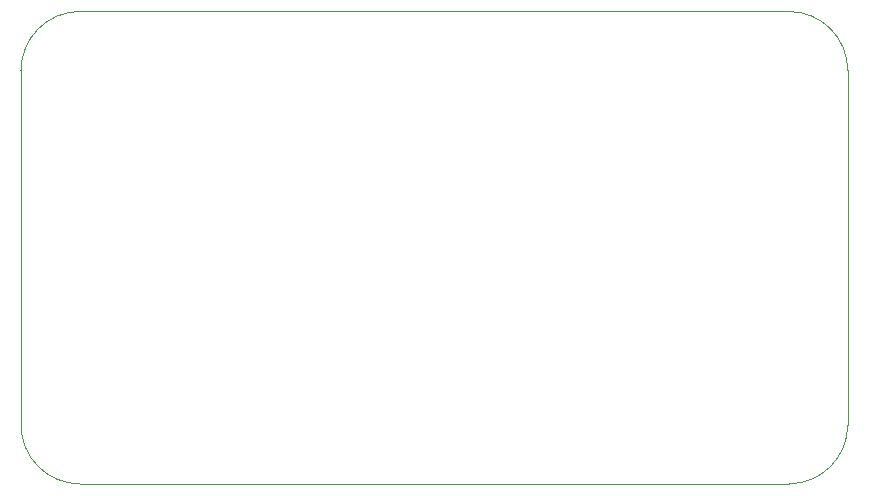
<source format=gbr>
G04 #@! TF.GenerationSoftware,KiCad,Pcbnew,5.1.5*
G04 #@! TF.CreationDate,2020-01-13T20:43:58-05:00*
G04 #@! TF.ProjectId,stm32f0_usb,73746d33-3266-4305-9f75-73622e6b6963,0*
G04 #@! TF.SameCoordinates,Original*
G04 #@! TF.FileFunction,Profile,NP*
%FSLAX46Y46*%
G04 Gerber Fmt 4.6, Leading zero omitted, Abs format (unit mm)*
G04 Created by KiCad (PCBNEW 5.1.5) date 2020-01-13 20:43:58*
%MOMM*%
%LPD*%
G04 APERTURE LIST*
%ADD10C,0.050000*%
G04 APERTURE END LIST*
D10*
X100000000Y-105000000D02*
X100000000Y-135000000D01*
X165000000Y-100000000D02*
X105000000Y-100000000D01*
X170000000Y-105000000D02*
X170000000Y-135000000D01*
X100000000Y-105000000D02*
G75*
G02X105000000Y-100000000I5000000J0D01*
G01*
X165000000Y-100000000D02*
G75*
G02X170000000Y-105000000I0J-5000000D01*
G01*
X165000000Y-140000000D02*
X105000000Y-140000000D01*
X170000000Y-135000000D02*
G75*
G02X165000000Y-140000000I-5000000J0D01*
G01*
X105000000Y-140000000D02*
G75*
G02X100000000Y-135000000I0J5000000D01*
G01*
M02*

</source>
